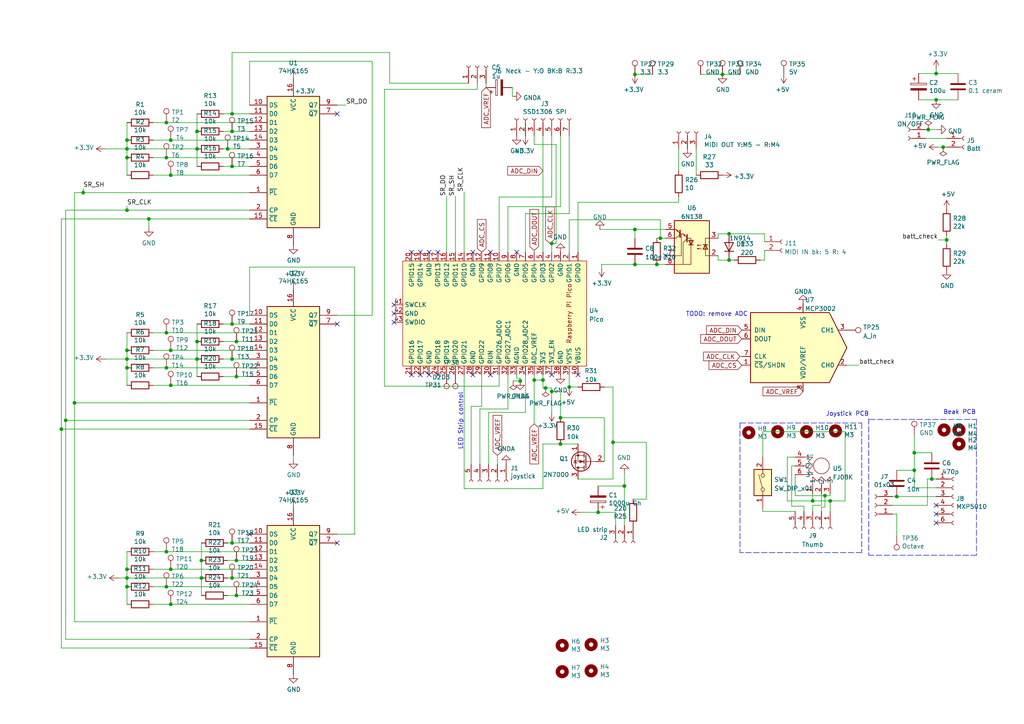
<source format=kicad_sch>
(kicad_sch (version 20211123) (generator eeschema)
  (paper "A4")
  (junction (at 235.712 145.288))
  (junction (at 48.26 106.68))
  (junction (at 154.94 110.236))
  (junction (at 158.242 112.522))
  (junction (at 66.04 43.18))
  (junction (at 48.26 35.56))
  (junction (at 173.482 148.59))
  (junction (at 265.176 131.318))
  (junction (at 165.1 112.268))
  (junction (at 36.83 45.72))
  (junction (at 273.558 42.672))
  (junction (at 49.53 101.6))
  (junction (at 211.455 67.818))
  (junction (at 57.15 38.1))
  (junction (at 160.02 113.538))
  (junction (at 67.31 93.98))
  (junction (at 184.15 21.59))
  (junction (at 190.5 76.708))
  (junction (at 67.31 38.1))
  (junction (at 48.26 45.72))
  (junction (at 49.53 111.76))
  (junction (at 24.13 55.88))
  (junction (at 36.83 170.18))
  (junction (at 57.15 99.06))
  (junction (at 48.26 170.18))
  (junction (at 58.42 167.64))
  (junction (at 157.48 110.236))
  (junction (at 19.05 121.92))
  (junction (at 271.526 28.956))
  (junction (at 240.792 145.288))
  (junction (at 67.31 33.02))
  (junction (at 162.56 121.158))
  (junction (at 57.15 43.18))
  (junction (at 36.83 106.68))
  (junction (at 239.268 143.764))
  (junction (at 57.15 104.14))
  (junction (at 274.574 69.596))
  (junction (at 184.15 76.708))
  (junction (at 181.102 140.97))
  (junction (at 36.83 101.6))
  (junction (at 36.83 167.64))
  (junction (at 260.096 144.018))
  (junction (at 68.58 172.72))
  (junction (at 68.58 162.56))
  (junction (at 269.24 37.592))
  (junction (at 49.53 175.26))
  (junction (at 177.8 128.27))
  (junction (at 36.83 40.64))
  (junction (at 184.15 66.548))
  (junction (at 67.31 157.48))
  (junction (at 36.83 43.18))
  (junction (at 270.256 138.938))
  (junction (at 49.53 50.8))
  (junction (at 43.18 63.5))
  (junction (at 271.526 21.336))
  (junction (at 36.83 104.14))
  (junction (at 48.26 160.02))
  (junction (at 162.56 128.778))
  (junction (at 36.83 60.96))
  (junction (at 58.42 162.56))
  (junction (at 67.31 48.26))
  (junction (at 36.83 165.1))
  (junction (at 21.59 116.84))
  (junction (at 17.78 124.46))
  (junction (at 67.31 104.14))
  (junction (at 49.53 165.1))
  (junction (at 160.02 70.612))
  (junction (at 48.26 96.52))
  (junction (at 150.876 110.49))
  (junction (at 209.55 21.59))
  (junction (at 191.516 69.088))
  (junction (at 68.58 99.06))
  (junction (at 49.53 40.64))
  (junction (at 67.31 167.64))
  (junction (at 265.176 136.398))
  (junction (at 68.58 109.22))
  (junction (at 211.455 75.438))
  (no_connect (at 97.79 33.02))
  (no_connect (at 160.02 108.712))
  (no_connect (at 142.24 73.152))
  (no_connect (at 119.38 108.712))
  (no_connect (at 114.3 93.472))
  (no_connect (at 119.38 73.152))
  (no_connect (at 124.46 73.152))
  (no_connect (at 127 73.152))
  (no_connect (at 137.16 73.152))
  (no_connect (at 97.79 157.48))
  (no_connect (at 137.16 108.712))
  (no_connect (at 114.3 90.932))
  (no_connect (at 149.86 73.152))
  (no_connect (at 72.39 154.94))
  (no_connect (at 124.46 108.712))
  (no_connect (at 271.526 146.558))
  (no_connect (at 271.526 149.098))
  (no_connect (at 271.526 151.638))
  (no_connect (at 142.24 108.712))
  (no_connect (at 114.3 88.392))
  (no_connect (at 121.92 73.152))
  (no_connect (at 97.79 93.98))
  (no_connect (at 127 108.712))
  (no_connect (at 193.04 74.168))
  (no_connect (at 121.92 108.712))
  (no_connect (at 167.64 108.712))
  (wire (pts (xy 57.15 33.02) (xy 57.15 38.1)))
  (wire (pts (xy 111.506 25.908) (xy 138.43 25.908)))
  (wire (pts (xy 68.58 109.22) (xy 64.77 109.22)))
  (wire (pts (xy 230.632 148.336) (xy 221.234 148.336)))
  (wire (pts (xy 44.45 45.72) (xy 48.26 45.72)))
  (wire (pts (xy 181.102 137.16) (xy 181.102 140.97)))
  (wire (pts (xy 229.616 146.812) (xy 233.172 146.812)))
  (wire (pts (xy 72.39 40.64) (xy 49.53 40.64)))
  (wire (pts (xy 162.56 121.158) (xy 175.26 121.158)))
  (wire (pts (xy 113.03 15.24) (xy 113.03 24.13)))
  (wire (pts (xy 57.15 93.98) (xy 57.15 99.06)))
  (wire (pts (xy 68.58 99.06) (xy 72.39 99.06)))
  (wire (pts (xy 268.986 146.558) (xy 268.986 138.938)))
  (wire (pts (xy 238.252 143.256) (xy 238.252 146.558)))
  (wire (pts (xy 144.78 112.014) (xy 111.506 112.014)))
  (wire (pts (xy 30.48 104.14) (xy 36.83 104.14)))
  (wire (pts (xy 72.39 180.34) (xy 21.59 180.34)))
  (polyline (pts (xy 283.21 121.666) (xy 283.21 161.036)))
  (wire (pts (xy 230.632 143.764) (xy 239.268 143.764)))
  (wire (pts (xy 48.26 170.18) (xy 72.39 170.18)))
  (wire (pts (xy 48.26 160.02) (xy 72.39 160.02)))
  (wire (pts (xy 134.62 108.712) (xy 134.62 141.732)))
  (wire (pts (xy 221.742 75.438) (xy 220.472 75.438)))
  (wire (pts (xy 72.39 121.92) (xy 19.05 121.92)))
  (wire (pts (xy 58.42 167.64) (xy 58.42 172.72)))
  (wire (pts (xy 66.04 162.56) (xy 68.58 162.56)))
  (wire (pts (xy 271.526 21.336) (xy 271.526 20.066)))
  (wire (pts (xy 157.48 141.732) (xy 157.48 128.778)))
  (wire (pts (xy 44.45 175.26) (xy 49.53 175.26)))
  (wire (pts (xy 268.986 138.938) (xy 270.256 138.938)))
  (wire (pts (xy 67.31 15.24) (xy 67.31 33.02)))
  (wire (pts (xy 64.77 99.06) (xy 68.58 99.06)))
  (wire (pts (xy 240.792 143.764) (xy 240.792 143.256)))
  (wire (pts (xy 174.498 76.708) (xy 174.498 77.724)))
  (wire (pts (xy 175.26 121.158) (xy 175.26 133.858)))
  (wire (pts (xy 57.15 99.06) (xy 57.15 104.14)))
  (wire (pts (xy 139.192 134.62) (xy 139.192 118.618)))
  (wire (pts (xy 36.83 59.69) (xy 36.83 60.96)))
  (wire (pts (xy 149.86 109.728) (xy 150.876 109.728)))
  (wire (pts (xy 190.5 69.088) (xy 191.516 69.088)))
  (wire (pts (xy 66.04 172.72) (xy 68.58 172.72)))
  (polyline (pts (xy 214.63 122.682) (xy 214.63 160.274)))
  (wire (pts (xy 136.652 117.856) (xy 136.652 134.62)))
  (wire (pts (xy 17.78 187.96) (xy 17.78 124.46)))
  (wire (pts (xy 48.26 35.56) (xy 72.39 35.56)))
  (wire (pts (xy 184.15 21.59) (xy 189.23 21.59)))
  (wire (pts (xy 235.712 143.256) (xy 235.712 145.288)))
  (wire (pts (xy 271.526 21.336) (xy 277.876 21.336)))
  (wire (pts (xy 72.39 91.44) (xy 72.39 77.47)))
  (wire (pts (xy 85.09 132.08) (xy 85.09 133.35)))
  (wire (pts (xy 152.4 73.152) (xy 152.4 61.976)))
  (wire (pts (xy 258.826 146.558) (xy 268.986 146.558)))
  (wire (pts (xy 36.83 60.96) (xy 72.39 60.96)))
  (wire (pts (xy 49.53 50.8) (xy 44.45 50.8)))
  (wire (pts (xy 36.83 101.6) (xy 36.83 96.52)))
  (wire (pts (xy 238.252 147.066) (xy 239.268 147.066)))
  (wire (pts (xy 162.56 39.37) (xy 162.56 59.944)))
  (wire (pts (xy 239.268 143.764) (xy 240.792 143.764)))
  (wire (pts (xy 147.32 118.618) (xy 147.32 108.712)))
  (wire (pts (xy 113.03 24.13) (xy 135.89 24.13)))
  (wire (pts (xy 196.85 57.15) (xy 196.85 58.674)))
  (wire (pts (xy 229.616 135.128) (xy 230.632 135.128)))
  (wire (pts (xy 72.39 187.96) (xy 17.78 187.96)))
  (wire (pts (xy 274.574 69.596) (xy 274.574 70.866)))
  (wire (pts (xy 66.04 167.64) (xy 67.31 167.64)))
  (wire (pts (xy 160.02 70.612) (xy 160.02 73.152)))
  (wire (pts (xy 273.558 42.672) (xy 272.034 42.672)))
  (wire (pts (xy 181.102 140.97) (xy 181.102 152.4)))
  (wire (pts (xy 44.45 35.56) (xy 48.26 35.56)))
  (wire (pts (xy 67.31 157.48) (xy 72.39 157.48)))
  (wire (pts (xy 174.498 76.708) (xy 184.15 76.708)))
  (wire (pts (xy 154.94 72.644) (xy 154.94 73.152)))
  (wire (pts (xy 72.39 77.47) (xy 102.87 77.47)))
  (wire (pts (xy 191.516 69.088) (xy 193.04 69.088)))
  (wire (pts (xy 208.28 74.168) (xy 208.28 75.438)))
  (wire (pts (xy 107.95 91.44) (xy 97.79 91.44)))
  (wire (pts (xy 265.176 136.398) (xy 265.176 141.478)))
  (wire (pts (xy 58.42 157.48) (xy 58.42 162.56)))
  (wire (pts (xy 228.346 145.288) (xy 235.712 145.288)))
  (wire (pts (xy 141.732 134.62) (xy 141.732 119.634)))
  (wire (pts (xy 260.096 136.398) (xy 265.176 136.398)))
  (wire (pts (xy 43.18 63.5) (xy 72.39 63.5)))
  (wire (pts (xy 72.39 50.8) (xy 49.53 50.8)))
  (wire (pts (xy 148.844 110.49) (xy 150.876 110.49)))
  (wire (pts (xy 58.42 167.64) (xy 58.42 162.56)))
  (wire (pts (xy 36.83 167.64) (xy 36.83 170.18)))
  (wire (pts (xy 36.83 165.1) (xy 36.83 160.02)))
  (wire (pts (xy 134.62 55.626) (xy 134.62 73.152)))
  (polyline (pts (xy 252.222 121.666) (xy 283.21 121.666)))
  (wire (pts (xy 157.48 128.778) (xy 162.56 128.778)))
  (wire (pts (xy 162.56 121.158) (xy 162.56 113.538)))
  (wire (pts (xy 72.39 30.48) (xy 72.39 17.78)))
  (wire (pts (xy 266.446 28.956) (xy 271.526 28.956)))
  (wire (pts (xy 44.45 106.68) (xy 48.26 106.68)))
  (wire (pts (xy 36.83 43.18) (xy 36.83 40.64)))
  (wire (pts (xy 49.53 111.76) (xy 72.39 111.76)))
  (wire (pts (xy 221.234 125.222) (xy 245.11 125.222)))
  (wire (pts (xy 175.26 112.268) (xy 177.8 112.268)))
  (wire (pts (xy 113.03 15.24) (xy 67.31 15.24)))
  (wire (pts (xy 208.28 75.438) (xy 211.455 75.438)))
  (wire (pts (xy 129.54 56.896) (xy 129.54 73.152)))
  (wire (pts (xy 233.172 146.812) (xy 233.172 148.336)))
  (wire (pts (xy 72.39 165.1) (xy 49.53 165.1)))
  (wire (pts (xy 139.7 108.712) (xy 139.7 117.856)))
  (wire (pts (xy 162.56 128.778) (xy 167.64 128.778)))
  (wire (pts (xy 139.7 117.856) (xy 136.652 117.856)))
  (wire (pts (xy 208.28 67.818) (xy 211.455 67.818)))
  (wire (pts (xy 48.26 96.52) (xy 44.45 96.52)))
  (wire (pts (xy 36.83 170.18) (xy 36.83 175.26)))
  (wire (pts (xy 268.478 40.132) (xy 274.574 40.132)))
  (wire (pts (xy 36.83 45.72) (xy 36.83 50.8)))
  (wire (pts (xy 258.826 144.018) (xy 260.096 144.018)))
  (wire (pts (xy 44.45 160.02) (xy 48.26 160.02)))
  (wire (pts (xy 230.632 137.668) (xy 230.632 143.764)))
  (wire (pts (xy 141.732 119.634) (xy 152.4 119.634)))
  (wire (pts (xy 24.13 54.61) (xy 24.13 55.88)))
  (wire (pts (xy 266.446 21.336) (xy 271.526 21.336)))
  (wire (pts (xy 221.742 72.644) (xy 221.742 75.438)))
  (wire (pts (xy 229.616 146.812) (xy 229.616 135.128)))
  (wire (pts (xy 64.77 104.14) (xy 67.31 104.14)))
  (wire (pts (xy 24.13 55.88) (xy 72.39 55.88)))
  (wire (pts (xy 111.506 112.014) (xy 111.506 25.908)))
  (wire (pts (xy 165.1 39.37) (xy 165.1 61.976)))
  (wire (pts (xy 152.4 61.976) (xy 165.1 61.976)))
  (wire (pts (xy 240.792 145.288) (xy 240.792 148.336)))
  (wire (pts (xy 19.05 185.42) (xy 72.39 185.42)))
  (wire (pts (xy 159.512 70.612) (xy 160.02 70.612)))
  (wire (pts (xy 57.15 43.18) (xy 36.83 43.18)))
  (wire (pts (xy 64.77 48.26) (xy 67.31 48.26)))
  (wire (pts (xy 203.2 21.59) (xy 209.55 21.59)))
  (wire (pts (xy 209.55 21.59) (xy 214.63 21.59)))
  (wire (pts (xy 269.24 37.592) (xy 268.478 37.592)))
  (wire (pts (xy 154.94 110.236) (xy 157.48 110.236)))
  (polyline (pts (xy 214.63 122.682) (xy 249.936 122.682)))
  (wire (pts (xy 184.15 76.708) (xy 190.5 76.708)))
  (wire (pts (xy 265.176 141.478) (xy 271.526 141.478)))
  (wire (pts (xy 165.1 108.712) (xy 165.1 112.268)))
  (wire (pts (xy 44.45 111.76) (xy 49.53 111.76)))
  (wire (pts (xy 165.1 73.152) (xy 165.1 63.754)))
  (wire (pts (xy 144.78 57.15) (xy 160.02 57.15)))
  (wire (pts (xy 102.87 77.47) (xy 102.87 154.94)))
  (wire (pts (xy 19.05 185.42) (xy 19.05 121.92)))
  (wire (pts (xy 67.31 48.26) (xy 72.39 48.26)))
  (wire (pts (xy 64.77 93.98) (xy 67.31 93.98)))
  (polyline (pts (xy 283.21 161.036) (xy 251.968 161.036)))
  (wire (pts (xy 134.62 141.732) (xy 157.48 141.732)))
  (wire (pts (xy 258.826 149.098) (xy 260.096 149.098)))
  (wire (pts (xy 173.99 66.548) (xy 184.15 66.548)))
  (wire (pts (xy 140.97 25.4) (xy 140.97 24.13)))
  (wire (pts (xy 148.59 25.4) (xy 148.59 27.94)))
  (wire (pts (xy 157.48 39.37) (xy 157.48 73.152)))
  (wire (pts (xy 102.87 154.94) (xy 97.79 154.94)))
  (wire (pts (xy 270.256 138.938) (xy 271.526 138.938)))
  (wire (pts (xy 228.346 132.588) (xy 228.346 145.288)))
  (wire (pts (xy 67.31 104.14) (xy 72.39 104.14)))
  (wire (pts (xy 178.562 148.59) (xy 178.562 152.4)))
  (wire (pts (xy 107.95 17.78) (xy 107.95 91.44)))
  (wire (pts (xy 64.77 43.18) (xy 66.04 43.18)))
  (wire (pts (xy 235.712 145.288) (xy 240.792 145.288)))
  (wire (pts (xy 154.94 110.236) (xy 154.94 108.712)))
  (wire (pts (xy 132.08 56.896) (xy 132.08 73.152)))
  (wire (pts (xy 260.096 149.098) (xy 260.096 155.448)))
  (wire (pts (xy 235.712 146.558) (xy 235.712 148.336)))
  (wire (pts (xy 277.876 28.956) (xy 271.526 28.956)))
  (wire (pts (xy 30.48 43.18) (xy 36.83 43.18)))
  (wire (pts (xy 19.05 121.92) (xy 19.05 60.96)))
  (wire (pts (xy 67.31 167.64) (xy 72.39 167.64)))
  (wire (pts (xy 57.15 104.14) (xy 57.15 109.22)))
  (wire (pts (xy 190.5 76.708) (xy 193.04 76.708)))
  (wire (pts (xy 68.58 162.56) (xy 72.39 162.56)))
  (wire (pts (xy 36.83 40.64) (xy 36.83 35.56)))
  (polyline (pts (xy 251.968 121.412) (xy 251.968 161.036)))
  (wire (pts (xy 58.42 167.64) (xy 36.83 167.64)))
  (wire (pts (xy 260.096 144.018) (xy 271.526 144.018)))
  (wire (pts (xy 66.04 157.48) (xy 67.31 157.48)))
  (wire (pts (xy 72.39 96.52) (xy 48.26 96.52)))
  (wire (pts (xy 149.86 108.712) (xy 149.86 109.728)))
  (wire (pts (xy 201.93 43.18) (xy 201.93 50.8)))
  (wire (pts (xy 34.29 167.64) (xy 36.83 167.64)))
  (wire (pts (xy 144.78 108.712) (xy 144.78 112.014)))
  (wire (pts (xy 138.43 25.908) (xy 138.43 24.13)))
  (wire (pts (xy 157.48 108.712) (xy 157.48 110.236)))
  (wire (pts (xy 239.268 147.066) (xy 239.268 143.764)))
  (wire (pts (xy 265.176 126.238) (xy 265.176 131.318)))
  (wire (pts (xy 57.15 104.14) (xy 36.83 104.14)))
  (wire (pts (xy 160.02 112.522) (xy 160.02 113.538)))
  (wire (pts (xy 144.272 134.62) (xy 144.272 132.08)))
  (wire (pts (xy 48.26 45.72) (xy 72.39 45.72)))
  (wire (pts (xy 183.642 144.78) (xy 187.452 144.78)))
  (wire (pts (xy 173.482 140.97) (xy 181.102 140.97)))
  (wire (pts (xy 49.53 40.64) (xy 44.45 40.64)))
  (wire (pts (xy 161.29 41.91) (xy 161.29 70.612)))
  (wire (pts (xy 230.632 132.588) (xy 228.346 132.588)))
  (wire (pts (xy 265.176 131.318) (xy 265.176 136.398)))
  (wire (pts (xy 214.63 103.378) (xy 215.138 103.378)))
  (wire (pts (xy 67.31 33.02) (xy 72.39 33.02)))
  (wire (pts (xy 157.48 110.236) (xy 157.48 112.522)))
  (wire (pts (xy 167.64 58.674) (xy 196.85 58.674)))
  (wire (pts (xy 157.48 112.522) (xy 158.242 112.522)))
  (wire (pts (xy 21.59 55.88) (xy 24.13 55.88)))
  (wire (pts (xy 44.45 170.18) (xy 48.26 170.18)))
  (wire (pts (xy 160.02 39.37) (xy 160.02 57.15)))
  (wire (pts (xy 72.39 101.6) (xy 49.53 101.6)))
  (wire (pts (xy 36.83 106.68) (xy 36.83 111.76)))
  (wire (pts (xy 272.034 69.596) (xy 274.574 69.596)))
  (wire (pts (xy 238.252 148.336) (xy 238.252 147.066)))
  (wire (pts (xy 67.31 93.98) (xy 72.39 93.98)))
  (wire (pts (xy 240.792 145.288) (xy 245.11 145.288)))
  (wire (pts (xy 168.402 148.59) (xy 173.482 148.59)))
  (wire (pts (xy 72.39 17.78) (xy 107.95 17.78)))
  (wire (pts (xy 48.26 106.68) (xy 72.39 106.68)))
  (wire (pts (xy 43.18 66.04) (xy 43.18 63.5)))
  (wire (pts (xy 191.516 63.754) (xy 191.516 69.088)))
  (wire (pts (xy 64.77 38.1) (xy 67.31 38.1)))
  (wire (pts (xy 72.39 124.46) (xy 17.78 124.46)))
  (wire (pts (xy 184.15 66.548) (xy 193.04 66.548)))
  (wire (pts (xy 144.78 57.15) (xy 144.78 73.152)))
  (wire (pts (xy 211.455 75.438) (xy 212.852 75.438)))
  (wire (pts (xy 68.58 172.72) (xy 72.39 172.72)))
  (wire (pts (xy 265.176 131.318) (xy 270.256 131.318)))
  (wire (pts (xy 57.15 38.1) (xy 57.15 43.18)))
  (wire (pts (xy 196.85 43.18) (xy 196.85 49.53)))
  (wire (pts (xy 161.29 41.91) (xy 154.94 41.91)))
  (wire (pts (xy 152.4 119.634) (xy 152.4 108.712)))
  (wire (pts (xy 147.32 59.944) (xy 147.32 73.152)))
  (wire (pts (xy 162.56 113.538) (xy 160.02 113.538)))
  (wire (pts (xy 208.28 69.088) (xy 208.28 67.818)))
  (wire (pts (xy 162.56 59.944) (xy 147.32 59.944)))
  (wire (pts (xy 274.574 68.326) (xy 274.574 69.596)))
  (wire (pts (xy 154.94 41.91) (xy 154.94 39.37)))
  (wire (pts (xy 150.876 109.728) (xy 150.876 110.49)))
  (wire (pts (xy 167.64 58.674) (xy 167.64 73.152)))
  (wire (pts (xy 49.53 175.26) (xy 72.39 175.26)))
  (wire (pts (xy 245.11 125.222) (xy 245.11 145.288)))
  (polyline (pts (xy 249.936 122.682) (xy 249.936 160.274)))
  (wire (pts (xy 187.452 128.27) (xy 187.452 144.78)))
  (polyline (pts (xy 249.936 160.274) (xy 214.63 160.274)))
  (wire (pts (xy 165.1 112.268) (xy 167.64 112.268)))
  (wire (pts (xy 167.64 138.938) (xy 177.8 138.938)))
  (wire (pts (xy 66.04 43.18) (xy 72.39 43.18)))
  (wire (pts (xy 245.618 105.918) (xy 249.174 105.918)))
  (wire (pts (xy 177.8 112.268) (xy 177.8 128.27)))
  (wire (pts (xy 36.83 167.64) (xy 36.83 165.1)))
  (wire (pts (xy 49.53 165.1) (xy 44.45 165.1)))
  (wire (pts (xy 67.31 38.1) (xy 72.39 38.1)))
  (wire (pts (xy 36.83 43.18) (xy 36.83 45.72)))
  (wire (pts (xy 19.05 60.96) (xy 36.83 60.96)))
  (wire (pts (xy 158.242 112.522) (xy 160.02 112.522)))
  (wire (pts (xy 221.742 67.818) (xy 221.742 70.104)))
  (wire (pts (xy 64.77 33.02) (xy 67.31 33.02)))
  (wire (pts (xy 177.8 128.27) (xy 177.8 138.938)))
  (wire (pts (xy 21.59 55.88) (xy 21.59 116.84)))
  (wire (pts (xy 21.59 116.84) (xy 21.59 180.34)))
  (wire (pts (xy 57.15 43.18) (xy 57.15 48.26)))
  (wire (pts (xy 184.15 66.548) (xy 184.15 69.088)))
  (wire (pts (xy 72.39 109.22) (xy 68.58 109.22)))
  (wire (pts (xy 221.234 148.336) (xy 221.234 147.574)))
  (wire (pts (xy 221.234 132.334) (xy 221.234 125.222)))
  (wire (pts (xy 165.1 63.754) (xy 191.516 63.754)))
  (wire (pts (xy 36.83 104.14) (xy 36.83 101.6)))
  (wire (pts (xy 154.94 110.236) (xy 154.94 122.936)))
  (wire (pts (xy 97.79 30.48) (xy 100.33 30.48)))
  (wire (pts (xy 274.574 42.672) (xy 273.558 42.672)))
  (wire (pts (xy 161.29 70.612) (xy 160.02 70.612)))
  (wire (pts (xy 238.252 146.558) (xy 235.712 146.558)))
  (wire (pts (xy 36.83 104.14) (xy 36.83 106.68)))
  (wire (pts (xy 139.192 118.618) (xy 147.32 118.618)))
  (wire (pts (xy 72.39 116.84) (xy 21.59 116.84)))
  (wire (pts (xy 17.78 63.5) (xy 43.18 63.5)))
  (wire (pts (xy 173.482 148.59) (xy 178.562 148.59)))
  (wire (pts (xy 177.8 128.27) (xy 187.452 128.27)))
  (wire (pts (xy 17.78 124.46) (xy 17.78 63.5)))
  (wire (pts (xy 160.02 119.634) (xy 160.02 113.538)))
  (wire (pts (xy 211.455 67.818) (xy 221.742 67.818)))
  (wire (pts (xy 49.53 101.6) (xy 44.45 101.6)))
  (wire (pts (xy 271.78 37.592) (xy 269.24 37.592)))
  (text "Joystick PCB\n" (at 239.522 120.904 0) (effects (font (size 1.27 1.27)) (justify left bottom)))
  (text "TODO: remove ADC" (at 198.882 91.948 0) (effects (font (size 1.27 1.27)) (justify left bottom)))
  (text "Beak PCB\n" (at 273.558 120.396 0) (effects (font (size 1.27 1.27)) (justify left bottom)))
  (text "LED Strip control" (at 134.366 130.556 90) (effects (font (size 1.27 1.27)) (justify left bottom)))
  (label "SR_CLK" (at 134.62 55.626 90))
  (label "SR_SH" (at 132.08 56.896 90))
  (label "batt_check" (at 272.034 69.596 180))
  (label "SR_DO" (at 129.54 56.896 90))
  (label "batt_check" (at 249.174 105.918 0))
  (label "SR_SH" (at 24.13 54.61 0))
  (label "SR_CLK" (at 36.83 59.69 0))
  (label "SR_DO" (at 100.33 30.48 0))
  (global_label "ADC_VREF" (shape input) (at 144.272 132.08 90) (property "Références Inter-Feuilles" "${INTERSHEET_REFS}" (effects hide)))
  (global_label "ADC_DOUT" (shape input) (at 154.94 72.644 90) (property "Références Inter-Feuilles" "${INTERSHEET_REFS}" (effects hide)))
  (global_label "ADC_DIN" (shape input) (at 215.138 95.758 180) (property "Références Inter-Feuilles" "${INTERSHEET_REFS}" (effects hide)))
  (global_label "ADC_VREF" (shape input) (at 232.918 113.538 180) (property "Références Inter-Feuilles" "${INTERSHEET_REFS}" (effects hide)))
  (global_label "ADC_DOUT" (shape input) (at 215.138 98.298 180) (property "Références Inter-Feuilles" "${INTERSHEET_REFS}" (effects hide)))
  (global_label "ADC_DIN" (shape input) (at 157.48 49.53 180) (property "Références Inter-Feuilles" "${INTERSHEET_REFS}" (effects hide)))
  (global_label "ADC_CLK" (shape input) (at 159.512 70.612 90) (property "Références Inter-Feuilles" "${INTERSHEET_REFS}" (effects hide)))
  (global_label "ADC_CS" (shape input) (at 139.7 73.152 90) (property "Références Inter-Feuilles" "${INTERSHEET_REFS}" (effects hide)))
  (global_label "ADC_VREF" (shape input) (at 154.94 122.936 270) (property "Références Inter-Feuilles" "${INTERSHEET_REFS}" (effects hide)))
  (global_label "ADC_CS" (shape input) (at 215.138 105.918 180) (property "Références Inter-Feuilles" "${INTERSHEET_REFS}" (effects hide)))
  (global_label "ADC_CLK" (shape input) (at 214.63 103.378 180) (property "Références Inter-Feuilles" "${INTERSHEET_REFS}" (effects hide)))
  (global_label "ADC_VREF" (shape input) (at 140.97 25.4 270) (property "Références Inter-Feuilles" "${INTERSHEET_REFS}" (effects hide)))
  (symbol (lib_name "GND_5") (lib_id "power:GND") (at 162.56 73.152 180) (unit 1)
    (property "Reference" "#PWR0101" (effects hide))
    (property "Value" "GND" (at 162.433 68.7578 0))
  )
  (symbol (lib_name "+5V_1") (lib_id "power:+5V") (at 165.1 112.268 180) (unit 1)
    (property "Reference" "#PWR0102" (effects hide))
    (property "Value" "+5V" (at 164.719 116.6622 0))
  )
  (symbol (lib_id "Connector:Conn_01x07_Female") (at 157.48 34.29 90) (unit 1)
    (property "Reference" "J3" (at 157.988 30.099 90))
    (property "Value" "SSD1306 SPI" (at 157.988 32.4104 90))
    (property "Footprint" "Connector_JST:JST_PH_B7B-PH-K_1x07_P2.00mm_Vertical" (effects hide))
  )
  (symbol (lib_name "GND_6") (lib_id "power:GND") (at 149.86 39.37 0) (unit 1)
    (property "Reference" "#PWR0103" (effects hide))
    (property "Value" "GND" (at 149.987 43.7642 0))
  )
  (symbol (lib_name "+3.3V_4") (lib_id "power:+3.3V") (at 152.4 39.37 180) (unit 1)
    (property "Reference" "#PWR0104" (effects hide))
    (property "Value" "+3.3V" (at 152.019 43.7642 0))
  )
  (symbol (lib_name "+3.3V_5") (lib_id "power:+3.3V") (at 160.02 119.634 180) (unit 1)
    (property "Reference" "#PWR0105" (effects hide))
    (property "Value" "+3.3V" (at 158.75 123.444 0))
  )
  (symbol (lib_name "+5V_2") (lib_id "power:+5V") (at 274.574 60.706 0) (unit 1)
    (property "Reference" "#PWR0106" (effects hide))
    (property "Value" "+5V" (at 274.955 56.3118 0))
  )
  (symbol (lib_id "Device:R") (at 274.574 64.516 0) (unit 1)
    (property "Reference" "R28" (at 276.352 63.3476 0) (effects (justify left)))
    (property "Value" "22k" (at 276.352 65.659 0) (effects (justify left)))
    (property "Footprint" "Resistor_THT:R_Axial_DIN0207_L6.3mm_D2.5mm_P7.62mm_Horizontal" (effects hide))
  )
  (symbol (lib_id "Device:R") (at 274.574 74.676 0) (unit 1)
    (property "Reference" "R29" (at 276.352 73.5076 0) (effects (justify left)))
    (property "Value" "22k" (at 276.352 75.819 0) (effects (justify left)))
    (property "Footprint" "Resistor_THT:R_Axial_DIN0207_L6.3mm_D2.5mm_P7.62mm_Horizontal" (effects hide))
  )
  (symbol (lib_name "GND_7") (lib_id "power:GND") (at 274.574 78.486 0) (unit 1)
    (property "Reference" "#PWR0107" (effects hide))
    (property "Value" "GND" (at 274.701 82.8802 0))
  )
  (symbol (lib_id "74xx:74HC165") (at 85.09 45.72 0) (unit 1)
    (property "Reference" "U1" (at 85.09 18.2626 0))
    (property "Value" "74HC165" (at 85.09 20.574 0))
    (property "Footprint" "Package_SO:SOIC-16_3.9x9.9mm_P1.27mm" (effects hide))
    (property "Datasheet" "https://assets.nexperia.com/documents/data-sheet/74HC_HCT165.pdf" (effects hide))
  )
  (symbol (lib_id "74xx:74HC165") (at 85.09 106.68 0) (unit 1)
    (property "Reference" "U2" (at 85.09 79.2226 0))
    (property "Value" "74HC165" (at 85.09 81.534 0))
    (property "Footprint" "Package_SO:SOIC-16_3.9x9.9mm_P1.27mm" (effects hide))
    (property "Datasheet" "https://assets.nexperia.com/documents/data-sheet/74HC_HCT165.pdf" (effects hide))
  )
  (symbol (lib_id "74xx:74HC165") (at 85.09 170.18 0) (unit 1)
    (property "Reference" "U3" (at 85.09 142.7226 0))
    (property "Value" "74HC165" (at 85.09 145.034 0))
    (property "Footprint" "Package_SO:SOIC-16_3.9x9.9mm_P1.27mm" (effects hide))
    (property "Datasheet" "https://assets.nexperia.com/documents/data-sheet/74HC_HCT165.pdf" (effects hide))
  )
  (symbol (lib_name "+3.3V_2") (lib_id "power:+3.3V") (at 85.09 22.86 0) (unit 1)
    (property "Reference" "#PWR0108" (effects hide))
    (property "Value" "+3.3V" (at 88.392 26.416 0))
  )
  (symbol (lib_name "+3.3V_3") (lib_id "power:+3.3V") (at 85.09 83.82 0) (unit 1)
    (property "Reference" "#PWR0109" (effects hide))
    (property "Value" "+3.3V" (at 85.471 79.4258 0))
  )
  (symbol (lib_name "+3.3V_10") (lib_id "power:+3.3V") (at 85.09 147.32 0) (unit 1)
    (property "Reference" "#PWR0110" (effects hide))
    (property "Value" "+3.3V" (at 85.471 142.9258 0))
  )
  (symbol (lib_id "power:GND") (at 85.09 195.58 0) (unit 1)
    (property "Reference" "#PWR0112" (effects hide))
    (property "Value" "GND" (at 85.217 199.9742 0))
  )
  (symbol (lib_name "GND_3") (lib_id "power:GND") (at 85.09 71.12 0) (unit 1)
    (property "Reference" "#PWR0113" (effects hide))
    (property "Value" "GND" (at 85.217 75.5142 0))
  )
  (symbol (lib_id "Device:R") (at 60.96 33.02 270) (unit 1)
    (property "Reference" "R13" (at 60.96 27.7622 90))
    (property "Value" "10k" (at 60.96 30.0736 90))
    (property "Footprint" "Resistor_SMD:R_1206_3216Metric_Pad1.30x1.75mm_HandSolder" (effects hide))
  )
  (symbol (lib_id "Device:R") (at 40.64 35.56 270) (unit 1)
    (property "Reference" "R1" (at 40.64 30.3022 90))
    (property "Value" "10k" (at 40.64 32.6136 90))
    (property "Footprint" "Resistor_SMD:R_1206_3216Metric_Pad1.30x1.75mm_HandSolder" (effects hide))
  )
  (symbol (lib_id "Device:R") (at 60.96 38.1 270) (unit 1)
    (property "Reference" "R14" (at 60.96 32.8422 90))
    (property "Value" "10k" (at 60.96 35.1536 90))
    (property "Footprint" "Resistor_SMD:R_1206_3216Metric_Pad1.30x1.75mm_HandSolder" (effects hide))
  )
  (symbol (lib_id "Device:R") (at 40.64 40.64 270) (unit 1)
    (property "Reference" "R2" (at 40.64 35.3822 90))
    (property "Value" "10k" (at 40.64 37.6936 90))
    (property "Footprint" "Resistor_SMD:R_1206_3216Metric_Pad1.30x1.75mm_HandSolder" (effects hide))
  )
  (symbol (lib_id "Device:R") (at 60.96 43.18 270) (unit 1)
    (property "Reference" "R15" (at 60.96 37.9222 90))
    (property "Value" "10k" (at 60.96 40.2336 90))
    (property "Footprint" "Resistor_SMD:R_1206_3216Metric_Pad1.30x1.75mm_HandSolder" (effects hide))
  )
  (symbol (lib_id "Device:R") (at 40.64 45.72 270) (unit 1)
    (property "Reference" "R3" (at 40.64 40.4622 90))
    (property "Value" "10k" (at 40.64 42.7736 90))
    (property "Footprint" "Resistor_SMD:R_1206_3216Metric_Pad1.30x1.75mm_HandSolder" (effects hide))
  )
  (symbol (lib_id "Device:R") (at 60.96 48.26 270) (unit 1)
    (property "Reference" "R16" (at 60.96 43.0022 90))
    (property "Value" "10k" (at 60.96 45.3136 90))
    (property "Footprint" "Resistor_SMD:R_1206_3216Metric_Pad1.30x1.75mm_HandSolder" (effects hide))
  )
  (symbol (lib_id "Device:R") (at 40.64 50.8 270) (unit 1)
    (property "Reference" "R4" (at 40.64 45.5422 90))
    (property "Value" "10k" (at 40.64 47.8536 90))
    (property "Footprint" "Resistor_SMD:R_1206_3216Metric_Pad1.30x1.75mm_HandSolder" (effects hide))
  )
  (symbol (lib_id "Device:R") (at 60.96 93.98 270) (unit 1)
    (property "Reference" "R17" (at 60.96 88.7222 90))
    (property "Value" "10k" (at 60.96 91.0336 90))
    (property "Footprint" "Resistor_SMD:R_1206_3216Metric_Pad1.30x1.75mm_HandSolder" (effects hide))
  )
  (symbol (lib_id "Device:R") (at 40.64 96.52 270) (unit 1)
    (property "Reference" "R5" (at 40.64 91.2622 90))
    (property "Value" "10k" (at 40.64 93.5736 90))
    (property "Footprint" "Resistor_SMD:R_1206_3216Metric_Pad1.30x1.75mm_HandSolder" (effects hide))
  )
  (symbol (lib_id "Device:R") (at 60.96 99.06 270) (unit 1)
    (property "Reference" "R18" (at 60.96 93.8022 90))
    (property "Value" "10k" (at 60.96 96.1136 90))
    (property "Footprint" "Resistor_SMD:R_1206_3216Metric_Pad1.30x1.75mm_HandSolder" (effects hide))
  )
  (symbol (lib_id "Device:R") (at 40.64 101.6 270) (unit 1)
    (property "Reference" "R6" (at 40.64 96.3422 90))
    (property "Value" "10k" (at 40.64 98.6536 90))
    (property "Footprint" "Resistor_SMD:R_1206_3216Metric_Pad1.30x1.75mm_HandSolder" (effects hide))
  )
  (symbol (lib_id "Device:R") (at 60.96 104.14 270) (unit 1)
    (property "Reference" "R19" (at 60.96 98.8822 90))
    (property "Value" "10k" (at 60.96 101.1936 90))
    (property "Footprint" "Resistor_SMD:R_1206_3216Metric_Pad1.30x1.75mm_HandSolder" (effects hide))
  )
  (symbol (lib_id "Device:R") (at 40.64 106.68 270) (unit 1)
    (property "Reference" "R7" (at 40.64 101.4222 90))
    (property "Value" "10k" (at 40.64 103.7336 90))
    (property "Footprint" "Resistor_SMD:R_1206_3216Metric_Pad1.30x1.75mm_HandSolder" (effects hide))
  )
  (symbol (lib_id "Device:R") (at 60.96 109.22 270) (unit 1)
    (property "Reference" "R20" (at 60.96 103.9622 90))
    (property "Value" "10k" (at 60.96 106.2736 90))
    (property "Footprint" "Resistor_SMD:R_1206_3216Metric_Pad1.30x1.75mm_HandSolder" (effects hide))
  )
  (symbol (lib_id "Device:R") (at 40.64 111.76 270) (unit 1)
    (property "Reference" "R8" (at 40.64 106.5022 90))
    (property "Value" "10k" (at 40.64 108.8136 90))
    (property "Footprint" "Resistor_SMD:R_1206_3216Metric_Pad1.30x1.75mm_HandSolder" (effects hide))
  )
  (symbol (lib_id "Device:R") (at 62.23 157.48 270) (unit 1)
    (property "Reference" "R21" (at 62.23 152.2222 90))
    (property "Value" "10k" (at 62.23 154.5336 90))
    (property "Footprint" "Resistor_SMD:R_1206_3216Metric_Pad1.30x1.75mm_HandSolder" (effects hide))
  )
  (symbol (lib_id "Device:R") (at 40.64 160.02 270) (unit 1)
    (property "Reference" "R9" (at 40.64 154.7622 90))
    (property "Value" "10k" (at 40.64 157.0736 90))
    (property "Footprint" "Resistor_SMD:R_1206_3216Metric_Pad1.30x1.75mm_HandSolder" (effects hide))
  )
  (symbol (lib_id "Device:R") (at 62.23 162.56 270) (unit 1)
    (property "Reference" "R22" (at 62.23 157.3022 90))
    (property "Value" "10k" (at 62.23 159.6136 90))
    (property "Footprint" "Resistor_SMD:R_1206_3216Metric_Pad1.30x1.75mm_HandSolder" (effects hide))
  )
  (symbol (lib_id "Device:R") (at 40.64 165.1 270) (unit 1)
    (property "Reference" "R10" (at 40.64 159.8422 90))
    (property "Value" "10k" (at 40.64 162.1536 90))
    (property "Footprint" "Resistor_SMD:R_1206_3216Metric_Pad1.30x1.75mm_HandSolder" (effects hide))
  )
  (symbol (lib_id "Device:R") (at 62.23 167.64 270) (unit 1)
    (property "Reference" "R23" (at 62.23 162.3822 90))
    (property "Value" "10k" (at 62.23 164.6936 90))
    (property "Footprint" "Resistor_SMD:R_1206_3216Metric_Pad1.30x1.75mm_HandSolder" (effects hide))
  )
  (symbol (lib_id "Device:R") (at 40.64 170.18 270) (unit 1)
    (property "Reference" "R11" (at 40.64 164.9222 90))
    (property "Value" "10k" (at 40.64 167.2336 90))
    (property "Footprint" "Resistor_SMD:R_1206_3216Metric_Pad1.30x1.75mm_HandSolder" (effects hide))
  )
  (symbol (lib_id "Device:R") (at 62.23 172.72 270) (unit 1)
    (property "Reference" "R24" (at 62.23 167.4622 90))
    (property "Value" "10k" (at 62.23 169.7736 90))
    (property "Footprint" "Resistor_SMD:R_1206_3216Metric_Pad1.30x1.75mm_HandSolder" (effects hide))
  )
  (symbol (lib_id "Device:R") (at 40.64 175.26 270) (unit 1)
    (property "Reference" "R12" (at 40.64 170.0022 90))
    (property "Value" "10k" (at 40.64 172.3136 90))
    (property "Footprint" "Resistor_SMD:R_1206_3216Metric_Pad1.30x1.75mm_HandSolder" (effects hide))
  )
  (symbol (lib_id "power:+3.3V") (at 34.29 167.64 90) (unit 1)
    (property "Reference" "#PWR0116" (effects hide))
    (property "Value" "+3.3V" (at 31.0388 167.259 90) (effects (justify left)))
  )
  (symbol (lib_name "+3.3V_1") (lib_id "power:+3.3V") (at 30.48 43.18 90) (unit 1)
    (property "Reference" "#PWR0114" (effects hide))
    (property "Value" "+3.3V" (at 27.2288 42.799 90) (effects (justify left)))
  )
  (symbol (lib_name "+3.3V_9") (lib_id "power:+3.3V") (at 30.48 104.14 90) (unit 1)
    (property "Reference" "#PWR0115" (effects hide))
    (property "Value" "+3.3V" (at 27.2288 103.759 90) (effects (justify left)))
  )
  (symbol (lib_id "Connector:TestPoint") (at 48.26 35.56 0) (unit 1)
    (property "Reference" "TP1" (at 49.7332 32.5628 0) (effects (justify left)))
    (property "Value" "T2" (at 49.7332 34.8742 0) (effects (justify left)))
    (property "Footprint" "TestPoint:TestPoint_THTPad_2.5x2.5mm_Drill1.2mm" (effects hide))
  )
  (symbol (lib_id "Connector:TestPoint") (at 67.31 38.1 0) (unit 1)
    (property "Reference" "TP15" (at 68.7832 35.1028 0) (effects (justify left)))
    (property "Value" "T3" (at 68.7832 37.4142 0) (effects (justify left)))
    (property "Footprint" "TestPoint:TestPoint_THTPad_2.5x2.5mm_Drill1.2mm" (effects hide))
  )
  (symbol (lib_id "Connector:TestPoint") (at 49.53 40.64 0) (unit 1)
    (property "Reference" "TP7" (at 51.0032 37.6428 0) (effects (justify left)))
    (property "Value" "T4" (at 51.0032 39.9542 0) (effects (justify left)))
    (property "Footprint" "TestPoint:TestPoint_THTPad_2.5x2.5mm_Drill1.2mm" (effects hide))
  )
  (symbol (lib_id "Connector:TestPoint") (at 66.04 43.18 0) (unit 1)
    (property "Reference" "TP14" (at 67.5132 40.1828 0) (effects (justify left)))
    (property "Value" "T5" (at 67.5132 42.4942 0) (effects (justify left)))
    (property "Footprint" "TestPoint:TestPoint_THTPad_2.5x2.5mm_Drill1.2mm" (effects hide))
  )
  (symbol (lib_id "Connector:TestPoint") (at 48.26 45.72 0) (unit 1)
    (property "Reference" "TP2" (at 49.7332 42.7228 0) (effects (justify left)))
    (property "Value" "T6" (at 49.7332 45.0342 0) (effects (justify left)))
    (property "Footprint" "TestPoint:TestPoint_THTPad_2.5x2.5mm_Drill1.2mm" (effects hide))
  )
  (symbol (lib_id "Connector:TestPoint") (at 67.31 48.26 0) (unit 1)
    (property "Reference" "TP16" (at 68.7832 45.2628 0) (effects (justify left)))
    (property "Value" "T7" (at 68.7832 47.5742 0) (effects (justify left)))
    (property "Footprint" "TestPoint:TestPoint_THTPad_2.5x2.5mm_Drill1.2mm" (effects hide))
  )
  (symbol (lib_id "Connector:TestPoint") (at 49.53 50.8 0) (unit 1)
    (property "Reference" "TP8" (at 51.0032 47.8028 0) (effects (justify left)))
    (property "Value" "T8" (at 51.0032 50.1142 0) (effects (justify left)))
    (property "Footprint" "TestPoint:TestPoint_THTPad_2.5x2.5mm_Drill1.2mm" (effects hide))
  )
  (symbol (lib_id "Connector:TestPoint") (at 67.31 93.98 0) (unit 1)
    (property "Reference" "TP17" (at 68.7832 90.9828 0) (effects (justify left)))
    (property "Value" "T9" (at 68.7832 93.2942 0) (effects (justify left)))
    (property "Footprint" "TestPoint:TestPoint_THTPad_2.5x2.5mm_Drill1.2mm" (effects hide))
  )
  (symbol (lib_id "Connector:TestPoint") (at 68.58 99.06 0) (unit 1)
    (property "Reference" "TP21" (at 70.0532 96.0628 0) (effects (justify left)))
    (property "Value" "T11" (at 70.0532 98.3742 0) (effects (justify left)))
    (property "Footprint" "TestPoint:TestPoint_THTPad_2.5x2.5mm_Drill1.2mm" (effects hide))
  )
  (symbol (lib_id "Connector:TestPoint") (at 67.31 104.14 0) (unit 1)
    (property "Reference" "TP18" (at 68.7832 101.1428 0) (effects (justify left)))
    (property "Value" "T13" (at 68.7832 103.4542 0) (effects (justify left)))
    (property "Footprint" "TestPoint:TestPoint_THTPad_2.5x2.5mm_Drill1.2mm" (effects hide))
  )
  (symbol (lib_id "Connector:TestPoint") (at 68.58 109.22 0) (unit 1)
    (property "Reference" "TP22" (at 70.0532 106.2228 0) (effects (justify left)))
    (property "Value" "T15" (at 70.0532 108.5342 0) (effects (justify left)))
    (property "Footprint" "TestPoint:TestPoint_THTPad_2.5x2.5mm_Drill1.2mm" (effects hide))
  )
  (symbol (lib_id "Connector:TestPoint") (at 48.26 96.52 0) (unit 1)
    (property "Reference" "TP3" (at 49.7332 93.5228 0) (effects (justify left)))
    (property "Value" "T10" (at 49.7332 95.8342 0) (effects (justify left)))
    (property "Footprint" "TestPoint:TestPoint_THTPad_2.5x2.5mm_Drill1.2mm" (effects hide))
  )
  (symbol (lib_id "Connector:TestPoint") (at 49.53 101.6 0) (unit 1)
    (property "Reference" "TP9" (at 51.0032 98.6028 0) (effects (justify left)))
    (property "Value" "T12" (at 51.0032 100.9142 0) (effects (justify left)))
    (property "Footprint" "TestPoint:TestPoint_THTPad_2.5x2.5mm_Drill1.2mm" (effects hide))
  )
  (symbol (lib_id "Connector:TestPoint") (at 48.26 106.68 0) (unit 1)
    (property "Reference" "TP4" (at 49.7332 103.6828 0) (effects (justify left)))
    (property "Value" "T14" (at 49.7332 105.9942 0) (effects (justify left)))
    (property "Footprint" "TestPoint:TestPoint_THTPad_2.5x2.5mm_Drill1.2mm" (effects hide))
  )
  (symbol (lib_id "Connector:TestPoint") (at 49.53 111.76 0) (unit 1)
    (property "Reference" "TP10" (at 51.0032 108.7628 0) (effects (justify left)))
    (property "Value" "T16" (at 51.0032 111.0742 0) (effects (justify left)))
    (property "Footprint" "TestPoint:TestPoint_THTPad_2.5x2.5mm_Drill1.2mm" (effects hide))
  )
  (symbol (lib_id "Connector:TestPoint") (at 67.31 157.48 0) (unit 1)
    (property "Reference" "TP19" (at 68.7832 154.4828 0) (effects (justify left)))
    (property "Value" "T17" (at 68.7832 156.7942 0) (effects (justify left)))
    (property "Footprint" "TestPoint:TestPoint_THTPad_2.5x2.5mm_Drill1.2mm" (effects hide))
  )
  (symbol (lib_id "Connector:TestPoint") (at 68.58 162.56 0) (unit 1)
    (property "Reference" "TP23" (at 70.0532 159.5628 0) (effects (justify left)))
    (property "Value" "T19" (at 70.0532 161.8742 0) (effects (justify left)))
    (property "Footprint" "TestPoint:TestPoint_THTPad_2.5x2.5mm_Drill1.2mm" (effects hide))
  )
  (symbol (lib_id "Connector:TestPoint") (at 67.31 167.64 0) (unit 1)
    (property "Reference" "TP20" (at 68.7832 164.6428 0) (effects (justify left)))
    (property "Value" "T21" (at 68.7832 166.9542 0) (effects (justify left)))
    (property "Footprint" "TestPoint:TestPoint_THTPad_2.5x2.5mm_Drill1.2mm" (effects hide))
  )
  (symbol (lib_id "Connector:TestPoint") (at 68.58 172.72 0) (unit 1)
    (property "Reference" "TP24" (at 70.0532 169.7228 0) (effects (justify left)))
    (property "Value" "T23" (at 70.0532 172.0342 0) (effects (justify left)))
    (property "Footprint" "TestPoint:TestPoint_THTPad_2.5x2.5mm_Drill1.2mm" (effects hide))
  )
  (symbol (lib_id "Connector:TestPoint") (at 48.26 160.02 0) (unit 1)
    (property "Reference" "TP5" (at 49.7332 157.0228 0) (effects (justify left)))
    (property "Value" "T18" (at 49.7332 159.3342 0) (effects (justify left)))
    (property "Footprint" "TestPoint:TestPoint_THTPad_2.5x2.5mm_Drill1.2mm" (effects hide))
  )
  (symbol (lib_id "Connector:TestPoint") (at 49.53 165.1 0) (unit 1)
    (property "Reference" "TP11" (at 51.0032 162.1028 0) (effects (justify left)))
    (property "Value" "T20" (at 51.0032 164.4142 0) (effects (justify left)))
    (property "Footprint" "TestPoint:TestPoint_THTPad_2.5x2.5mm_Drill1.2mm" (effects hide))
  )
  (symbol (lib_id "Connector:TestPoint") (at 48.26 170.18 0) (unit 1)
    (property "Reference" "TP6" (at 49.7332 167.1828 0) (effects (justify left)))
    (property "Value" "T22" (at 49.7332 169.4942 0) (effects (justify left)))
    (property "Footprint" "TestPoint:TestPoint_THTPad_2.5x2.5mm_Drill1.2mm" (effects hide))
  )
  (symbol (lib_id "Connector:TestPoint") (at 49.53 175.26 0) (unit 1)
    (property "Reference" "TP12" (at 51.0032 172.2628 0) (effects (justify left)))
    (property "Value" "T24" (at 51.0032 174.5742 0) (effects (justify left)))
    (property "Footprint" "TestPoint:TestPoint_THTPad_2.5x2.5mm_Drill1.2mm" (effects hide))
  )
  (symbol (lib_id "Connector:Conn_01x02_Female") (at 279.654 40.132 0) (unit 1)
    (property "Reference" "J5" (at 280.3652 40.7416 0) (effects (justify left)))
    (property "Value" "Batt" (at 280.3652 43.053 0) (effects (justify left)))
    (property "Footprint" "Connector_JST:JST_XH_S2B-XH-A_1x02_P2.50mm_Horizontal" (effects hide))
  )
  (symbol (lib_name "+5V_4") (lib_id "power:+5V") (at 272.034 42.672 90) (unit 1)
    (property "Reference" "#PWR0118" (effects hide))
    (property "Value" "+5V" (at 268.7828 42.291 90) (effects (justify left)))
  )
  (symbol (lib_id "Connector:Conn_01x05_Female") (at 141.732 139.7 270) (unit 1)
    (property "Reference" "J1" (at 148.0312 135.7884 90) (effects (justify left)))
    (property "Value" "joystick" (at 148.0312 138.0998 90) (effects (justify left)))
    (property "Footprint" "Connector_JST:JST_PH_B5B-PH-K_1x05_P2.00mm_Vertical" (effects hide))
  )
  (symbol (lib_id "Connector:Conn_01x03_Female") (at 199.39 38.1 90) (unit 1)
    (property "Reference" "J4" (at 204.1652 39.6748 90) (effects (justify right)))
    (property "Value" "MIDI OUT Y:M5 - R:M4" (at 204.1652 41.9862 90) (effects (justify right)))
    (property "Footprint" "Connector_JST:JST_PH_S3B-PH-K_1x03_P2.00mm_Horizontal" (effects hide))
  )
  (symbol (lib_name "GND_10") (lib_id "power:GND") (at 199.39 43.18 0) (unit 1)
    (property "Reference" "#PWR0121" (effects hide))
    (property "Value" "GND" (at 199.517 47.5742 0))
  )
  (symbol (lib_id "Device:R") (at 196.85 53.34 0) (unit 1)
    (property "Reference" "R26" (at 198.628 52.1716 0) (effects (justify left)))
    (property "Value" "10" (at 198.628 54.483 0) (effects (justify left)))
    (property "Footprint" "Resistor_THT:R_Axial_DIN0207_L6.3mm_D2.5mm_P7.62mm_Horizontal" (effects hide))
  )
  (symbol (lib_id "Device:R") (at 205.74 50.8 270) (unit 1)
    (property "Reference" "R27" (at 205.74 45.5422 90))
    (property "Value" "33" (at 205.74 47.8536 90))
    (property "Footprint" "Resistor_THT:R_Axial_DIN0207_L6.3mm_D2.5mm_P7.62mm_Horizontal" (effects hide))
  )
  (symbol (lib_name "+3.3V_7") (lib_id "power:+3.3V") (at 209.55 50.8 270) (unit 1)
    (property "Reference" "#PWR0122" (effects hide))
    (property "Value" "+3.3V" (at 212.8012 51.181 90) (effects (justify left)))
  )
  (symbol (lib_id "Connector:Conn_01x03_Female") (at 181.102 157.48 270) (unit 1)
    (property "Reference" "J2" (at 176.3268 155.9052 90) (effects (justify right)))
    (property "Value" "LED strip" (at 176.3268 153.5938 90) (effects (justify right)))
    (property "Footprint" "Connector_JST:JST_PH_S3B-PH-K_1x03_P2.00mm_Horizontal" (effects hide))
  )
  (symbol (lib_id "Device:R") (at 183.642 148.59 180) (unit 1)
    (property "Reference" "R25" (at 181.864 149.7584 0) (effects (justify left)))
    (property "Value" "220" (at 181.864 147.447 0) (effects (justify left)))
    (property "Footprint" "Resistor_THT:R_Axial_DIN0207_L6.3mm_D2.5mm_P7.62mm_Horizontal" (effects hide))
  )
  (symbol (lib_id "Mechanical:MountingHole") (at 278.13 124.714 0) (unit 1)
    (property "Reference" "H1" (at 280.67 123.5456 0) (effects (justify left)))
    (property "Value" "M4" (at 280.67 125.857 0) (effects (justify left)))
    (property "Footprint" "MountingHole:MountingHole_4.3mm_M4" (effects hide))
  )
  (symbol (lib_id "Mechanical:MountingHole") (at 171.45 186.944 0) (unit 1)
    (property "Reference" "H3" (at 173.99 185.7756 0) (effects (justify left)))
    (property "Value" "M3" (at 173.99 188.087 0) (effects (justify left)))
    (property "Footprint" "MountingHole:MountingHole_3.2mm_M3_ISO14580" (effects hide))
  )
  (symbol (lib_id "Mechanical:MountingHole") (at 278.13 128.778 0) (unit 1)
    (property "Reference" "H2" (at 280.67 127.6096 0) (effects (justify left)))
    (property "Value" "M4" (at 280.67 129.921 0) (effects (justify left)))
    (property "Footprint" "MountingHole:MountingHole_4.3mm_M4" (effects hide))
  )
  (symbol (lib_id "Mechanical:MountingHole") (at 171.45 194.564 0) (unit 1)
    (property "Reference" "H4" (at 173.99 193.3956 0) (effects (justify left)))
    (property "Value" "M3" (at 173.99 195.707 0) (effects (justify left)))
    (property "Footprint" "MountingHole:MountingHole_3.2mm_M3_ISO14580" (effects hide))
  )
  (symbol (lib_name "GND_9") (lib_id "power:GND") (at 181.102 137.16 180) (unit 1)
    (property "Reference" "#PWR0123" (effects hide))
    (property "Value" "GND" (at 180.975 132.7658 0))
  )
  (symbol (lib_id "power:+5V") (at 168.402 148.59 90) (unit 1)
    (property "Reference" "#PWR0124" (effects hide))
    (property "Value" "+5V" (at 165.1508 148.209 90) (effects (justify left)))
  )
  (symbol (lib_id "Device:CP") (at 173.482 144.78 180) (unit 1)
    (property "Reference" "C1" (at 176.4792 143.6116 0) (effects (justify right)))
    (property "Value" "1000u Ch" (at 176.4792 145.923 0) (effects (justify right)))
    (property "Footprint" "Capacitor_THT:CP_Radial_D8.0mm_P3.50mm" (effects hide))
  )
  (symbol (lib_id "Mechanical:MountingHole") (at 273.812 124.714 0) (unit 1)
    (property "Reference" "H5" (at 276.352 123.5456 0) (effects (justify left)))
    (property "Value" "M3" (at 276.352 125.857 0) (effects (justify left)))
    (property "Footprint" "MountingHole:MountingHole_3.2mm_M3_ISO14580" (effects hide))
  )
  (symbol (lib_id "Connector:TestPoint") (at 129.54 108.712 180) (unit 1)
    (property "Reference" "TP31" (at 128.0668 111.7092 0) (effects (justify left)))
    (property "Value" "D2" (at 128.0668 109.3978 0) (effects (justify left)))
    (property "Footprint" "TestPoint:TestPoint_THTPad_2.5x2.5mm_Drill1.2mm" (effects hide))
  )
  (symbol (lib_id "Connector:TestPoint") (at 132.08 108.712 180) (unit 1)
    (property "Reference" "TP30" (at 133.35 105.156 0) (effects (justify left)))
    (property "Value" "D3" (at 130.6068 109.3978 0) (effects (justify left)))
    (property "Footprint" "TestPoint:TestPoint_THTPad_2.5x2.5mm_Drill1.2mm" (effects hide))
  )
  (symbol (lib_name "GND_13") (lib_id "power:GND") (at 85.09 133.35 0) (unit 1)
    (property "Reference" "#PWR0111" (effects hide))
    (property "Value" "GND" (at 85.217 137.7442 0))
  )
  (symbol (lib_id "Connector:Conn_01x03_Female") (at 138.43 19.05 90) (unit 1)
    (property "Reference" "J6" (at 143.2052 20.6248 90) (effects (justify right)))
    (property "Value" "Neck - Y:O BK:B R:3.3" (at 146.558 20.574 90) (effects (justify right)))
    (property "Footprint" "Connector_JST:JST_PH_S3B-PH-K_1x03_P2.00mm_Horizontal" (effects hide))
  )
  (symbol (lib_id "Connector:TestPoint") (at 184.15 21.59 0) (unit 1)
    (property "Reference" "TP27" (at 185.6232 18.5928 0) (effects (justify left)))
    (property "Value" "3.3" (at 185.6232 20.9042 0) (effects (justify left)))
    (property "Footprint" "TestPoint:TestPoint_THTPad_2.5x2.5mm_Drill1.2mm" (effects hide))
  )
  (symbol (lib_id "Connector:TestPoint") (at 189.23 21.59 0) (unit 1)
    (property "Reference" "TP29" (at 190.7032 18.5928 0) (effects (justify left)))
    (property "Value" "3.3" (at 190.7032 20.9042 0) (effects (justify left)))
    (property "Footprint" "TestPoint:TestPoint_THTPad_2.5x2.5mm_Drill1.2mm" (effects hide))
  )
  (symbol (lib_name "+3.3V_8") (lib_id "power:+3.3V") (at 184.15 21.59 180) (unit 1)
    (property "Reference" "#PWR0125" (effects hide))
    (property "Value" "+3.3V" (at 183.769 25.9842 0))
  )
  (symbol (lib_id "Connector:TestPoint") (at 203.2 21.59 0) (unit 1)
    (property "Reference" "TP32" (at 204.6732 18.5928 0) (effects (justify left)))
    (property "Value" "GND" (at 204.6732 20.9042 0) (effects (justify left)))
    (property "Footprint" "TestPoint:TestPoint_THTPad_2.5x2.5mm_Drill1.2mm" (effects hide))
  )
  (symbol (lib_id "Connector:TestPoint") (at 209.55 21.59 0) (unit 1)
    (property "Reference" "TP33" (at 211.0232 18.5928 0) (effects (justify left)))
    (property "Value" "GND" (at 211.0232 20.9042 0) (effects (justify left)))
    (property "Footprint" "TestPoint:TestPoint_THTPad_2.5x2.5mm_Drill1.2mm" (effects hide))
  )
  (symbol (lib_id "Connector:TestPoint") (at 214.63 21.59 0) (unit 1)
    (property "Reference" "TP34" (at 216.1032 18.5928 0) (effects (justify left)))
    (property "Value" "GND" (at 216.1032 20.9042 0) (effects (justify left)))
    (property "Footprint" "TestPoint:TestPoint_THTPad_2.5x2.5mm_Drill1.2mm" (effects hide))
  )
  (symbol (lib_name "GND_12") (lib_id "power:GND") (at 209.55 21.59 0) (unit 1)
    (property "Reference" "#PWR0126" (effects hide))
    (property "Value" "GND" (at 209.677 25.9842 0))
  )
  (symbol (lib_id "Connector:TestPoint") (at 227.33 21.59 0) (unit 1)
    (property "Reference" "TP35" (at 228.8032 18.5928 0) (effects (justify left)))
    (property "Value" "5V" (at 228.8032 20.9042 0) (effects (justify left)))
    (property "Footprint" "TestPoint:TestPoint_THTPad_2.5x2.5mm_Drill1.2mm" (effects hide))
  )
  (symbol (lib_name "+5V_3") (lib_id "power:+5V") (at 227.33 21.59 180) (unit 1)
    (property "Reference" "#PWR0127" (effects hide))
    (property "Value" "+5V" (at 226.949 25.9842 0))
  )
  (symbol (lib_name "+3.3V_6") (lib_id "power:+3.3V") (at 271.526 20.066 0) (unit 1)
    (property "Reference" "#PWR0128" (effects hide))
    (property "Value" "+3.3V" (at 271.907 15.6718 0))
  )
  (symbol (lib_name "GND_8") (lib_id "power:GND") (at 271.526 28.956 0) (unit 1)
    (property "Reference" "#PWR0129" (effects hide))
    (property "Value" "GND" (at 271.653 33.3502 0))
  )
  (symbol (lib_id "Device:CP") (at 266.446 25.146 0) (unit 1)
    (property "Reference" "C2" (at 269.4432 23.9776 0) (effects (justify left)))
    (property "Value" "100u" (at 269.4432 26.289 0) (effects (justify left)))
    (property "Footprint" "Capacitor_THT:CP_Radial_D5.0mm_P2.50mm" (effects hide))
  )
  (symbol (lib_id "Device:C") (at 277.876 25.146 0) (unit 1)
    (property "Reference" "C3" (at 280.797 23.9776 0) (effects (justify left)))
    (property "Value" "0.1 ceram" (at 280.797 26.289 0) (effects (justify left)))
    (property "Footprint" "Capacitor_THT:C_Disc_D3.4mm_W2.1mm_P2.50mm" (effects hide))
  )
  (symbol (lib_id "Connector:Conn_01x06_Female") (at 276.606 144.018 0) (unit 1)
    (property "Reference" "J8" (at 277.3172 144.6276 0) (effects (justify left)))
    (property "Value" "MXP5010" (at 277.3172 146.939 0) (effects (justify left)))
    (property "Footprint" "Connector_PinSocket_2.54mm:PinSocket_1x06_P2.54mm_Vertical" (effects hide))
  )
  (symbol (lib_id "Connector:Conn_01x03_Female") (at 253.746 146.558 180) (unit 1)
    (property "Reference" "J7" (at 256.4892 138.303 0))
    (property "Value" "01x03" (at 256.4892 140.6144 0))
    (property "Footprint" "Connector_JST:JST_PH_B3B-PH-K_1x03_P2.00mm_Vertical" (effects hide))
  )
  (symbol (lib_id "Connector:TestPoint") (at 260.096 155.448 180) (unit 1)
    (property "Reference" "TP36" (at 261.5692 156.1084 0) (effects (justify right)))
    (property "Value" "Octave" (at 261.5692 158.4198 0) (effects (justify right)))
    (property "Footprint" "TestPoint:TestPoint_THTPad_2.5x2.5mm_Drill1.2mm" (effects hide))
  )
  (symbol (lib_id "Connector:TestPoint") (at 265.176 126.238 0) (unit 1)
    (property "Reference" "TP37" (at 266.6492 123.2408 0) (effects (justify left)))
    (property "Value" "GND" (at 266.6492 125.5522 0) (effects (justify left)))
    (property "Footprint" "TestPoint:TestPoint_THTPad_2.5x2.5mm_Drill1.2mm" (effects hide))
  )
  (symbol (lib_id "Mechanical:MountingHole") (at 225.552 125.222 0) (unit 1)
    (property "Reference" "H9" (at 228.092 124.0536 0) (effects (justify left)))
    (property "Value" "M3" (at 228.092 126.365 0) (effects (justify left)))
    (property "Footprint" "MountingHole:MountingHole_3.2mm_M3_ISO14580" (effects hide))
  )
  (symbol (lib_id "Device:C") (at 270.256 135.128 0) (unit 1)
    (property "Reference" "C6" (at 273.177 134.2933 0) (effects (justify left)))
    (property "Value" "470p" (at 273.177 136.8302 0) (effects (justify left)))
    (property "Footprint" "Capacitor_THT:C_Disc_D3.4mm_W2.1mm_P2.50mm" (effects hide))
  )
  (symbol (lib_id "Device:R") (at 162.56 124.968 0) (unit 1)
    (property "Reference" "R30" (at 164.338 124.1333 0) (effects (justify left)))
    (property "Value" "10k" (at 164.338 126.6702 0) (effects (justify left)))
    (property "Footprint" "Resistor_THT:R_Axial_DIN0207_L6.3mm_D2.5mm_P7.62mm_Horizontal" (effects hide))
  )
  (symbol (lib_id "Mechanical:MountingHole") (at 163.068 187.198 0) (unit 1)
    (property "Reference" "H6" (at 165.608 186.0296 0) (effects (justify left)))
    (property "Value" "M3" (at 165.608 188.341 0) (effects (justify left)))
    (property "Footprint" "MountingHole:MountingHole_3.2mm_M3_ISO14580" (effects hide))
  )
  (symbol (lib_id "Switch:SW_DIP_x01") (at 221.234 139.954 90) (unit 1)
    (property "Reference" "SW1" (at 224.536 139.1193 90) (effects (justify right)))
    (property "Value" "SW_DIP_x01" (at 224.536 141.6562 90) (effects (justify right)))
    (property "Footprint" "Multi_switch:Multi_switch" (effects hide))
  )
  (symbol (lib_id "power:PWR_FLAG") (at 158.242 112.522 180) (unit 1)
    (property "Reference" "#FLG0101" (effects hide))
    (property "Value" "PWR_FLAG" (at 158.242 116.9654 0))
  )
  (symbol (lib_id "Isolator:6N138") (at 200.66 71.628 180) (unit 1)
    (property "Reference" "U6" (at 200.66 60.3082 0))
    (property "Value" "6N138" (at 200.66 62.8451 0))
    (property "Footprint" "Package_DIP:DIP-8_W7.62mm_Socket" (effects hide))
    (property "Datasheet" "http://www.onsemi.com/pub/Collateral/HCPL2731-D.pdf" (effects hide))
  )
  (symbol (lib_id "Mechanical:MountingHole") (at 233.934 125.222 0) (unit 1)
    (property "Reference" "H10" (at 236.474 124.0536 0) (effects (justify left)))
    (property "Value" "M3" (at 236.474 126.365 0) (effects (justify left)))
    (property "Footprint" "MountingHole:MountingHole_3.2mm_M3_ISO14580" (effects hide))
  )
  (symbol (lib_id "power:+3.3V") (at 174.498 77.724 180) (unit 1)
    (property "Reference" "#PWR0117" (effects hide))
    (property "Value" "+3.3V" (at 174.498 82.1674 0))
  )
  (symbol (lib_id "Device:R") (at 190.5 72.898 0) (unit 1)
    (property "Reference" "R32" (at 192.278 72.0633 0) (effects (justify left)))
    (property "Value" "220" (at 192.278 74.6002 0) (effects (justify left)))
    (property "Footprint" "Resistor_THT:R_Axial_DIN0207_L6.3mm_D2.5mm_P7.62mm_Horizontal" (effects hide))
  )
  (symbol (lib_id "FJ08K_flat_joystick:FJ08K") (at 238.252 136.398 180) (unit 1)
    (property "Reference" "U5" (at 241.5032 135.8808 0) (effects (justify right)))
    (property "Value" "FJ08K" (at 241.5032 138.4177 0) (effects (justify right)))
    (property "Footprint" "FJ08K:FJ08K" (effects hide))
  )
  (symbol (lib_id "Device:C_Polarized") (at 144.78 25.4 90) (unit 1)
    (property "Reference" "C5" (at 143.891 19.5412 90))
    (property "Value" "1u" (at 143.891 22.0781 90))
    (property "Footprint" "Capacitor_THT:CP_Radial_D4.0mm_P2.00mm" (effects hide))
  )
  (symbol (lib_name "GND_1") (lib_id "power:GND") (at 162.56 108.712 0) (unit 1)
    (property "Reference" "#PWR04" (effects hide))
    (property "Value" "GND" (at 162.56 113.1554 0))
  )
  (symbol (lib_id "Connector:Conn_01x02_Female") (at 263.398 40.132 180) (unit 1)
    (property "Reference" "J10" (at 264.033 33.435 0))
    (property "Value" "ON/OFF" (at 264.033 35.9719 0))
    (property "Footprint" "Connector_JST:JST_XH_S2B-XH-A_1x02_P2.50mm_Horizontal" (effects hide))
  )
  (symbol (lib_id "Connector:Conn_01x02_Female") (at 226.822 70.104 0) (unit 1)
    (property "Reference" "J11" (at 227.5332 70.5393 0) (effects (justify left)))
    (property "Value" "MIDI IN bk: 5 R: 4" (at 227.5332 73.0762 0) (effects (justify left)))
    (property "Footprint" "Connector_JST:JST_XH_S2B-XH-A_1x02_P2.50mm_Horizontal" (effects hide))
  )
  (symbol (lib_id "MCU_RaspberryPi_and_Boards:Pico") (at 143.51 90.932 270) (unit 1)
    (property "Reference" "U4" (at 170.815 90.0973 90) (effects (justify left)))
    (property "Value" "Pico" (at 170.815 92.6342 90) (effects (justify left)))
    (property "Footprint" "Raspberry Pico:RPi_Pico_TH" (effects hide))
  )
  (symbol (lib_id "Device:R") (at 171.45 112.268 90) (unit 1)
    (property "Reference" "R31" (at 171.45 107.5522 90))
    (property "Value" "10k" (at 171.45 110.0891 90))
    (property "Footprint" "Resistor_THT:R_Axial_DIN0207_L6.3mm_D2.5mm_P7.62mm_Horizontal" (effects hide))
  )
  (symbol (lib_id "Device:C") (at 184.15 72.898 0) (unit 1)
    (property "Reference" "C8" (at 187.071 72.0633 0) (effects (justify left)))
    (property "Value" "100n" (at 187.071 74.6002 0) (effects (justify left)))
    (property "Footprint" "Capacitor_THT:C_Axial_L3.8mm_D2.6mm_P7.50mm_Horizontal" (effects hide))
  )
  (symbol (lib_id "power:PWR_FLAG") (at 273.558 42.672 180) (unit 1)
    (property "Reference" "#FLG0102" (effects hide))
    (property "Value" "PWR_FLAG" (at 273.558 47.1154 0))
  )
  (symbol (lib_id "Device:C") (at 260.096 140.208 0) (unit 1)
    (property "Reference" "C4" (at 263.017 139.3733 0) (effects (justify left)))
    (property "Value" "10n" (at 263.017 141.9102 0) (effects (justify left)))
    (property "Footprint" "Capacitor_THT:C_Disc_D3.4mm_W2.1mm_P2.50mm" (effects hide))
  )
  (symbol (lib_id "power:PWR_FLAG") (at 148.844 110.49 180) (unit 1)
    (property "Reference" "#FLG0104" (effects hide))
    (property "Value" "PWR_FLAG" (at 148.844 114.9334 0))
  )
  (symbol (lib_id "Analog_ADC:MCP3002") (at 232.918 100.838 180) (unit 1)
    (property "Reference" "U7" (at 233.4386 86.9782 0) (effects (justify right)))
    (property "Value" "MCP3002" (at 233.4386 89.5151 0) (effects (justify right)))
    (property "Footprint" "Package_DIP:DIP-8_W7.62mm" (effects hide))
    (property "Datasheet" "http://ww1.microchip.com/downloads/en/DeviceDoc/21294E.pdf" (effects hide))
  )
  (symbol (lib_id "Connector:TestPoint") (at 245.618 95.758 270) (unit 1)
    (property "Reference" "TP25" (at 250.317 94.9233 90) (effects (justify left)))
    (property "Value" "A_in" (at 250.317 97.4602 90) (effects (justify left)))
    (property "Footprint" "TestPoint:TestPoint_THTPad_2.5x2.5mm_Drill1.2mm" (effects hide))
  )
  (symbol (lib_id "power:GNDA") (at 146.812 134.62 180) (unit 1)
    (property "Reference" "#PWR01" (effects hide))
    (property "Value" "GNDA" (at 146.812 130.1766 0))
  )
  (symbol (lib_id "Mechanical:MountingHole") (at 163.068 194.818 0) (unit 1)
    (property "Reference" "H7" (at 165.608 193.6496 0) (effects (justify left)))
    (property "Value" "M3" (at 165.608 195.961 0) (effects (justify left)))
    (property "Footprint" "MountingHole:MountingHole_3.2mm_M3_ISO14580" (effects hide))
  )
  (symbol (lib_id "power:GNDA") (at 232.918 88.138 180) (unit 1)
    (property "Reference" "#PWR08" (effects hide))
    (property "Value" "GNDA" (at 232.918 84.5622 0))
  )
  (symbol (lib_id "Connector:Conn_01x05_Female") (at 235.712 153.416 270) (unit 1)
    (property "Reference" "J9" (at 235.712 155.3956 90))
    (property "Value" "Thumb" (at 235.712 157.9325 90))
    (property "Footprint" "Connector_JST:JST_PH_S5B-PH-K_1x05_P2.00mm_Horizontal" (effects hide))
  )
  (symbol (lib_id "Device:D") (at 211.455 71.628 90) (unit 1)
    (property "Reference" "D1" (at 213.487 70.7933 90) (effects (justify right)))
    (property "Value" "1N914" (at 211.455 69.088 90) (effects (justify right)))
    (property "Footprint" "Diode_THT:D_DO-34_SOD68_P7.62mm_Horizontal" (effects hide))
  )
  (symbol (lib_id "Transistor_FET:2N7000") (at 170.18 133.858 180) (unit 1)
    (property "Reference" "Q1" (at 164.9731 133.0233 0) (effects (justify left)))
    (property "Value" "2N7000" (at 165.1 137.668 0) (effects (justify left)))
    (property "Footprint" "Package_TO_SOT_THT:TO-92L_HandSolder" (effects hide))
    (property "Datasheet" "https://www.vishay.com/docs/70226/70226.pdf" (effects hide))
  )
  (symbol (lib_id "Mechanical:MountingHole") (at 217.17 125.476 0) (unit 1)
    (property "Reference" "H8" (at 219.71 124.3076 0) (effects (justify left)))
    (property "Value" "M3" (at 219.71 126.619 0) (effects (justify left)))
    (property "Footprint" "MountingHole:MountingHole_3.2mm_M3_ISO14580" (effects hide))
  )
  (symbol (lib_id "power:PWR_FLAG") (at 269.24 37.592 0) (unit 1)
    (property "Reference" "#FLG0103" (effects hide))
    (property "Value" "PWR_FLAG" (at 269.24 34.0162 0))
  )
  (symbol (lib_name "GND_2") (lib_id "power:GND") (at 271.78 37.592 90) (unit 1)
    (property "Reference" "#PWR05" (effects hide))
    (property "Value" "GND" (at 274.955 38.0258 90) (effects (justify right)))
  )
  (symbol (lib_id "power:GNDA") (at 148.59 27.94 90) (unit 1)
    (property "Reference" "#PWR?" (effects hide))
    (property "Value" "GNDA" (at 151.765 28.3738 90) (effects (justify right)))
  )
  (symbol (lib_id "Mechanical:MountingHole") (at 242.316 124.968 0) (unit 1)
    (property "Reference" "H11" (at 244.856 123.7996 0) (effects (justify left)))
    (property "Value" "M3" (at 244.856 126.111 0) (effects (justify left)))
    (property "Footprint" "MountingHole:MountingHole_3.2mm_M3_ISO14580" (effects hide))
  )
  (symbol (lib_id "power:GND") (at 43.18 66.04 0) (unit 1)
    (property "Reference" "#PWR07" (effects hide))
    (property "Value" "GND" (at 43.18 70.4834 0))
  )
  (symbol (lib_id "power:GNDA") (at 150.876 110.49 0) (unit 1)
    (property "Reference" "#PWR03" (effects hide))
    (property "Value" "GNDA" (at 150.876 114.9334 0))
  )
  (symbol (lib_name "GND_11") (lib_id "power:GND") (at 173.99 66.548 180) (unit 1)
    (property "Reference" "#PWR06" (effects hide))
    (property "Value" "GND" (at 173.99 62.9722 0))
  )
  (symbol (lib_id "Device:R") (at 216.662 75.438 90) (unit 1)
    (property "Reference" "R33" (at 216.662 70.7222 90))
    (property "Value" "220" (at 216.662 73.2591 90))
    (property "Footprint" "Resistor_THT:R_Axial_DIN0207_L6.3mm_D2.5mm_P7.62mm_Horizontal" (effects hide))
  )
)
</source>
